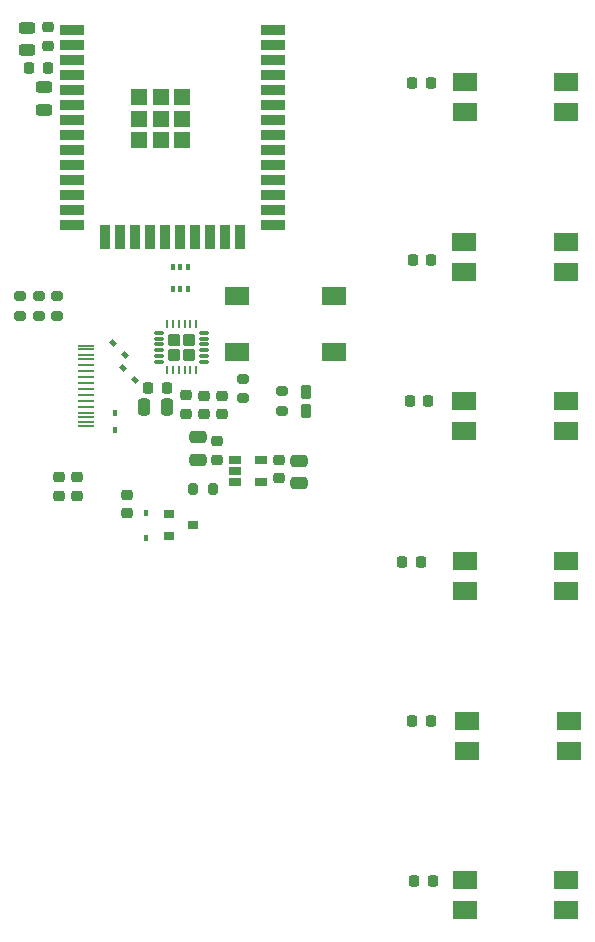
<source format=gbr>
G04 #@! TF.GenerationSoftware,KiCad,Pcbnew,7.0.2*
G04 #@! TF.CreationDate,2023-10-30T10:47:10+01:00*
G04 #@! TF.ProjectId,Harpe_ESP32,48617270-655f-4455-9350-33322e6b6963,rev?*
G04 #@! TF.SameCoordinates,Original*
G04 #@! TF.FileFunction,Paste,Top*
G04 #@! TF.FilePolarity,Positive*
%FSLAX46Y46*%
G04 Gerber Fmt 4.6, Leading zero omitted, Abs format (unit mm)*
G04 Created by KiCad (PCBNEW 7.0.2) date 2023-10-30 10:47:10*
%MOMM*%
%LPD*%
G01*
G04 APERTURE LIST*
G04 Aperture macros list*
%AMRoundRect*
0 Rectangle with rounded corners*
0 $1 Rounding radius*
0 $2 $3 $4 $5 $6 $7 $8 $9 X,Y pos of 4 corners*
0 Add a 4 corners polygon primitive as box body*
4,1,4,$2,$3,$4,$5,$6,$7,$8,$9,$2,$3,0*
0 Add four circle primitives for the rounded corners*
1,1,$1+$1,$2,$3*
1,1,$1+$1,$4,$5*
1,1,$1+$1,$6,$7*
1,1,$1+$1,$8,$9*
0 Add four rect primitives between the rounded corners*
20,1,$1+$1,$2,$3,$4,$5,0*
20,1,$1+$1,$4,$5,$6,$7,0*
20,1,$1+$1,$6,$7,$8,$9,0*
20,1,$1+$1,$8,$9,$2,$3,0*%
%AMRotRect*
0 Rectangle, with rotation*
0 The origin of the aperture is its center*
0 $1 length*
0 $2 width*
0 $3 Rotation angle, in degrees counterclockwise*
0 Add horizontal line*
21,1,$1,$2,0,0,$3*%
G04 Aperture macros list end*
%ADD10C,0.100000*%
%ADD11RoundRect,0.243750X0.456250X-0.243750X0.456250X0.243750X-0.456250X0.243750X-0.456250X-0.243750X0*%
%ADD12RoundRect,0.218750X0.256250X-0.218750X0.256250X0.218750X-0.256250X0.218750X-0.256250X-0.218750X0*%
%ADD13RoundRect,0.243750X-0.456250X0.243750X-0.456250X-0.243750X0.456250X-0.243750X0.456250X0.243750X0*%
%ADD14RoundRect,0.250000X0.250000X0.475000X-0.250000X0.475000X-0.250000X-0.475000X0.250000X-0.475000X0*%
%ADD15RoundRect,0.218750X0.218750X0.256250X-0.218750X0.256250X-0.218750X-0.256250X0.218750X-0.256250X0*%
%ADD16RoundRect,0.218750X-0.256250X0.218750X-0.256250X-0.218750X0.256250X-0.218750X0.256250X0.218750X0*%
%ADD17RoundRect,0.218750X-0.218750X-0.256250X0.218750X-0.256250X0.218750X0.256250X-0.218750X0.256250X0*%
%ADD18R,2.000000X0.900000*%
%ADD19R,0.900000X2.000000*%
%ADD20R,1.330000X1.330000*%
%ADD21R,2.100000X1.550000*%
%ADD22RoundRect,0.249999X-0.275001X-0.275001X0.275001X-0.275001X0.275001X0.275001X-0.275001X0.275001X0*%
%ADD23RoundRect,0.029500X-0.350000X-0.085500X0.350000X-0.085500X0.350000X0.085500X-0.350000X0.085500X0*%
%ADD24RoundRect,0.052500X-0.062500X-0.327000X0.062500X-0.327000X0.062500X0.327000X-0.062500X0.327000X0*%
%ADD25R,1.060000X0.650000*%
%ADD26R,2.000000X1.500000*%
%ADD27R,0.450000X0.600000*%
%ADD28R,0.376000X0.611000*%
%ADD29R,0.900000X0.800000*%
%ADD30R,0.380000X0.510000*%
%ADD31RotRect,0.380000X0.510000X225.000000*%
%ADD32RotRect,0.380000X0.510000X45.000000*%
%ADD33R,1.334000X0.276000*%
%ADD34RoundRect,0.200000X-0.275000X0.200000X-0.275000X-0.200000X0.275000X-0.200000X0.275000X0.200000X0*%
%ADD35RoundRect,0.212500X0.212500X-0.400000X0.212500X0.400000X-0.212500X0.400000X-0.212500X-0.400000X0*%
%ADD36RoundRect,0.250000X0.475000X-0.250000X0.475000X0.250000X-0.475000X0.250000X-0.475000X-0.250000X0*%
%ADD37RoundRect,0.250000X-0.475000X0.250000X-0.475000X-0.250000X0.475000X-0.250000X0.475000X0.250000X0*%
%ADD38RoundRect,0.200000X0.200000X0.275000X-0.200000X0.275000X-0.200000X-0.275000X0.200000X-0.275000X0*%
G04 APERTURE END LIST*
D10*
X113380000Y-108460000D02*
X112580000Y-108460000D01*
X112580000Y-107660000D01*
X113380000Y-107660000D01*
X113380000Y-108460000D01*
G36*
X113380000Y-108460000D02*
G01*
X112580000Y-108460000D01*
X112580000Y-107660000D01*
X113380000Y-107660000D01*
X113380000Y-108460000D01*
G37*
X112180000Y-109660000D02*
X111380000Y-109660000D01*
X111380000Y-108860000D01*
X112180000Y-108860000D01*
X112180000Y-109660000D01*
G36*
X112180000Y-109660000D02*
G01*
X111380000Y-109660000D01*
X111380000Y-108860000D01*
X112180000Y-108860000D01*
X112180000Y-109660000D01*
G37*
X113380000Y-109660000D02*
X112580000Y-109660000D01*
X112580000Y-108860000D01*
X113380000Y-108860000D01*
X113380000Y-109660000D01*
G36*
X113380000Y-109660000D02*
G01*
X112580000Y-109660000D01*
X112580000Y-108860000D01*
X113380000Y-108860000D01*
X113380000Y-109660000D01*
G37*
X112180000Y-108460000D02*
X111380000Y-108460000D01*
X111380000Y-107660000D01*
X112180000Y-107660000D01*
X112180000Y-108460000D01*
G36*
X112180000Y-108460000D02*
G01*
X111380000Y-108460000D01*
X111380000Y-107660000D01*
X112180000Y-107660000D01*
X112180000Y-108460000D01*
G37*
D11*
X99300000Y-83477500D03*
X99300000Y-81602500D03*
D12*
X101060000Y-83117500D03*
X101060000Y-81542500D03*
D13*
X100760000Y-86652500D03*
X100760000Y-88527500D03*
D14*
X111130000Y-113690000D03*
X109230000Y-113690000D03*
D15*
X111137500Y-112070000D03*
X109562500Y-112070000D03*
D12*
X115400000Y-118177500D03*
X115400000Y-116602500D03*
D16*
X120650000Y-118172500D03*
X120650000Y-119747500D03*
D17*
X99452500Y-85040000D03*
X101027500Y-85040000D03*
D15*
X133497500Y-86250000D03*
X131922500Y-86250000D03*
X133507500Y-101270000D03*
X131932500Y-101270000D03*
X133267500Y-113230000D03*
X131692500Y-113230000D03*
X132637500Y-126820000D03*
X131062500Y-126820000D03*
X133487500Y-140260000D03*
X131912500Y-140260000D03*
X133657500Y-153800000D03*
X132082500Y-153800000D03*
D16*
X112760000Y-112732500D03*
X112760000Y-114307500D03*
D12*
X114270000Y-114317500D03*
X114270000Y-112742500D03*
D16*
X115770000Y-112742500D03*
X115770000Y-114317500D03*
D18*
X103110000Y-81810000D03*
X103110000Y-83080000D03*
X103110000Y-84350000D03*
X103110000Y-85620000D03*
X103110000Y-86890000D03*
X103110000Y-88160000D03*
X103110000Y-89430000D03*
X103110000Y-90700000D03*
X103110000Y-91970000D03*
X103110000Y-93240000D03*
X103110000Y-94510000D03*
X103110000Y-95780000D03*
X103110000Y-97050000D03*
X103110000Y-98320000D03*
D19*
X105895000Y-99320000D03*
X107165000Y-99320000D03*
X108435000Y-99320000D03*
X109705000Y-99320000D03*
X110975000Y-99320000D03*
X112245000Y-99320000D03*
X113515000Y-99320000D03*
X114785000Y-99320000D03*
X116055000Y-99320000D03*
X117325000Y-99320000D03*
D18*
X120110000Y-98320000D03*
X120110000Y-97050000D03*
X120110000Y-95780000D03*
X120110000Y-94510000D03*
X120110000Y-93240000D03*
X120110000Y-91970000D03*
X120110000Y-90700000D03*
X120110000Y-89430000D03*
X120110000Y-88160000D03*
X120110000Y-86890000D03*
X120110000Y-85620000D03*
X120110000Y-84350000D03*
X120110000Y-83080000D03*
X120110000Y-81810000D03*
D20*
X108775000Y-87475000D03*
X108775000Y-89310000D03*
X108775000Y-91145000D03*
X110610000Y-91145000D03*
X110610000Y-89310000D03*
X110610000Y-87475000D03*
X112445000Y-87475000D03*
X112445000Y-89310000D03*
X112445000Y-91145000D03*
D21*
X136360000Y-86230000D03*
X136360000Y-88770000D03*
X144960000Y-88770000D03*
X144960000Y-86230000D03*
X136330000Y-99720000D03*
X136330000Y-102260000D03*
X144930000Y-102260000D03*
X144930000Y-99720000D03*
X136310000Y-113230000D03*
X136310000Y-115770000D03*
X144910000Y-115770000D03*
X144910000Y-113230000D03*
X136350000Y-126770000D03*
X136350000Y-129310000D03*
X144950000Y-129310000D03*
X144950000Y-126770000D03*
X136560000Y-140260000D03*
X136560000Y-142800000D03*
X145160000Y-142800000D03*
X145160000Y-140260000D03*
X136340000Y-153790000D03*
X136340000Y-156330000D03*
X144940000Y-156330000D03*
X144940000Y-153790000D03*
D22*
X111730000Y-108010000D03*
X111730000Y-109310000D03*
X113030000Y-108010000D03*
X113030000Y-109310000D03*
D23*
X110442500Y-107410000D03*
X110442500Y-107910000D03*
X110442500Y-108410000D03*
X110442500Y-108910000D03*
X110442500Y-109410000D03*
X110442500Y-109910000D03*
D24*
X111130000Y-110597500D03*
X111630000Y-110597500D03*
X112130000Y-110597500D03*
X112630000Y-110597500D03*
X113130000Y-110597500D03*
X113630000Y-110597500D03*
D23*
X114317500Y-109910000D03*
X114317500Y-109410000D03*
X114317500Y-108910000D03*
X114317500Y-108410000D03*
X114317500Y-107910000D03*
X114317500Y-107410000D03*
D24*
X113630000Y-106722500D03*
X113130000Y-106722500D03*
X112630000Y-106722500D03*
X112130000Y-106722500D03*
X111630000Y-106722500D03*
X111130000Y-106722500D03*
D25*
X116880000Y-118170000D03*
X116880000Y-119120000D03*
X116880000Y-120070000D03*
X119080000Y-120070000D03*
X119080000Y-118170000D03*
D26*
X117100000Y-104320000D03*
X125300000Y-104320000D03*
D12*
X103540000Y-121227500D03*
X103540000Y-119652500D03*
X102010000Y-121227500D03*
X102010000Y-119652500D03*
D27*
X109370000Y-124760000D03*
X109370000Y-122660000D03*
D28*
X112930000Y-101840000D03*
X112280000Y-101840000D03*
X111630000Y-101840000D03*
X111630000Y-103740000D03*
X112280000Y-103740000D03*
X112930000Y-103740000D03*
D29*
X111320000Y-122740000D03*
X111320000Y-124640000D03*
X113320000Y-123690000D03*
D12*
X107760000Y-122717500D03*
X107760000Y-121142500D03*
D30*
X106700000Y-114240000D03*
X106700000Y-115640000D03*
D31*
X107554975Y-109314975D03*
X106565025Y-108325025D03*
D32*
X107425025Y-110445025D03*
X108414975Y-111434975D03*
D33*
X104260000Y-108520000D03*
X104260000Y-109320000D03*
X104260000Y-110670000D03*
X104260000Y-111670000D03*
X104260000Y-112170000D03*
X104260000Y-113170000D03*
X104260000Y-114520000D03*
X104260000Y-115320000D03*
X104260000Y-115020000D03*
X104260000Y-114220000D03*
X104260000Y-113670000D03*
X104260000Y-112670000D03*
X104260000Y-111170000D03*
X104260000Y-110170000D03*
X104260000Y-109620000D03*
X104260000Y-108820000D03*
D34*
X98680000Y-104315000D03*
X98680000Y-105965000D03*
X101790000Y-104315000D03*
X101790000Y-105965000D03*
X100270000Y-104315000D03*
X100270000Y-105965000D03*
D35*
X122940000Y-114022500D03*
X122940000Y-112397500D03*
D34*
X120920000Y-112395000D03*
X120920000Y-114045000D03*
D36*
X113750000Y-118160000D03*
X113750000Y-116260000D03*
D37*
X122300000Y-118260000D03*
X122300000Y-120160000D03*
D34*
X117580000Y-111335000D03*
X117580000Y-112985000D03*
D26*
X117090000Y-109060000D03*
X125290000Y-109060000D03*
D38*
X115025000Y-120610000D03*
X113375000Y-120610000D03*
M02*

</source>
